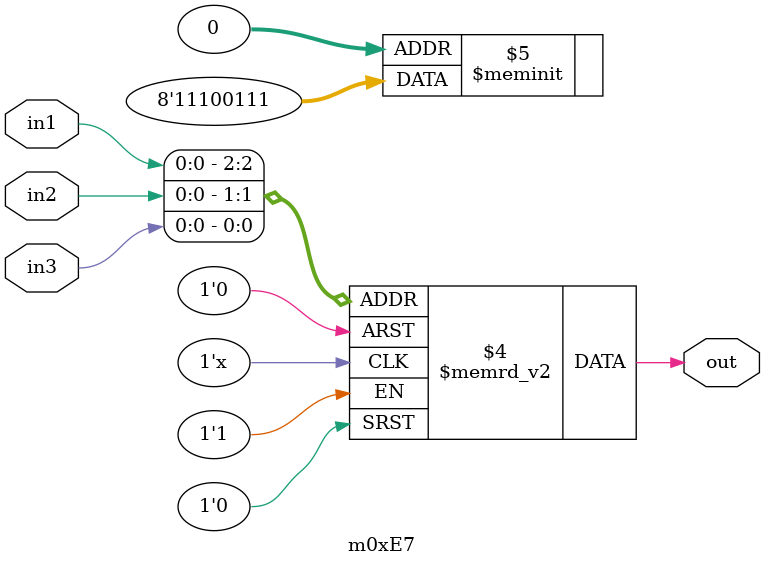
<source format=v>
module m0xE7(output out, input in1, in2, in3);

   always @(in1, in2, in3)
     begin
        case({in1, in2, in3})
          3'b000: {out} = 1'b1;
          3'b001: {out} = 1'b1;
          3'b010: {out} = 1'b1;
          3'b011: {out} = 1'b0;
          3'b100: {out} = 1'b0;
          3'b101: {out} = 1'b1;
          3'b110: {out} = 1'b1;
          3'b111: {out} = 1'b1;
        endcase // case ({in1, in2, in3})
     end // always @ (in1, in2, in3)

endmodule // m0xE7
</source>
